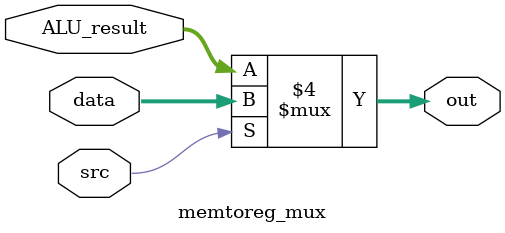
<source format=v>

module memtoreg_mux (

	input [63:0] ALU_result,
	input [63:0] data,
	input src,
	output reg [63:0] out

);

always @* begin 

	if (src == 0) out <= ALU_result;
	else out <= data;

end

endmodule
</source>
